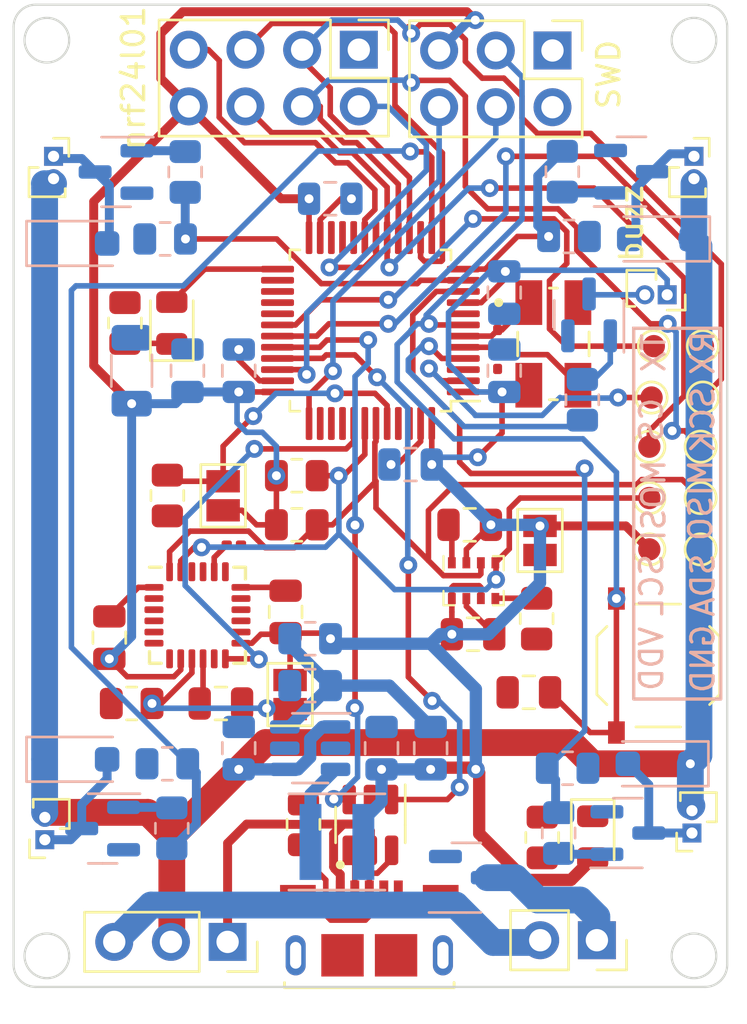
<source format=kicad_pcb>
(kicad_pcb (version 20221018) (generator pcbnew)
  (layers (0 "F.Cu" signal) (31 "B.Cu" signal) (34 "B.Paste" user) (35 "F.Paste" user) (36 "B.SilkS" user "B.Silkscreen") (37 "F.SilkS" user "F.Silkscreen") (38 "B.Mask" user) (39 "F.Mask" user) (44 "Edge.Cuts" user))
  (net 0 "")
  (net 1 "VDD")
  (net 2 "Net-(U1-FB)")
  (net 3 "GND")
  (net 4 "/RST")
  (net 5 "Net-(U2-PD0)")
  (net 6 "VDC")
  (net 7 "Net-(D1-K)")
  (net 8 "/SWDIO")
  (net 9 "/SWCLK")
  (net 10 "+5V")
  (net 11 "/USB_CONN_DM")
  (net 12 "/USB_CONN_DP")
  (net 15 "+BATT")
  (net 16 "/BOOT0")
  (net 17 "Net-(U1-SW)")
  (net 19 "/GPIO_PC15")
  (net 22 "Net-(D2-A)")
  (net 23 "Net-(D3-A)")
  (net 24 "Net-(D4-A)")
  (net 25 "Net-(D5-A)")
  (net 26 "/SPI_SCK")
  (net 27 "/SPI_MISO")
  (net 28 "/SPI_MOSI")
  (net 32 "/USB_DM")
  (net 33 "/USB_DP")
  (net 37 "/I2C_SCL")
  (net 38 "/I2C_SDA")
  (net 41 "Net-(U2-PD1)")
  (net 42 "Net-(U5-REGOUT)")
  (net 43 "Net-(U5-CPOUT)")
  (net 44 "Net-(JP1-A)")
  (net 45 "Net-(JP3-A)")
  (net 46 "Net-(Q1-G)")
  (net 47 "Net-(Q2-G)")
  (net 48 "Net-(Q3-G)")
  (net 49 "Net-(Q4-G)")
  (net 50 "/USART1_TX")
  (net 51 "/PB5_EXTI5")
  (net 66 "-BATT")
  (net 67 "/TM2_CH1")
  (net 68 "/TM2_CH2")
  (net 69 "/TM2_CH3")
  (net 70 "/TM2_CH4")
  (net 71 "Net-(D6-K)")
  (net 72 "/GPIO_PB12")
  (net 76 "/OUT_PB0")
  (net 77 "/GPIO_EXTI4")
  (net 78 "/OUT_PB1")
  (net 79 "Net-(J9-Pin_2)")
  (net 80 "Net-(Q6-B)")
  (net 81 "/USART1_RX")
  (net 82 "/SPI_CS")
  (footprint "Connector_PinHeader_2.54mm:PinHeader_2x04_P2.54mm_Vertical" (layer "F.Cu") (at 152.78 82.225 -90)
    (fp_text reference "J8" hide)
    (fp_text value "nrf24l01")
  )
  (footprint "Package_LGA:Bosch_LGA-8_2x2.5mm_P0.65mm_ClockwisePinNumbering" (layer "F.Cu") (at 157.925 106)
    (fp_text reference "U6" hide)
    (fp_text value "BMP280")
  )
  (footprint "Capacitor_SMD:C_0805_2012Metric" (layer "F.Cu") (at 149.5 107.4 90)
    (fp_text reference "C14" hide)
    (fp_text value "10n" hide)
  )
  (footprint "Button_Switch_SMD:SW_Push_1P1T_XKB_TS-1187A" (layer "F.Cu") (at 166.2 109.8 -90)
    (fp_text reference "SW1" hide)
    (fp_text value "SW_Push" hide)
  )
  (footprint "TestPoint:TestPoint_Pad_D1.0mm" (layer "F.Cu") (at 165.9 97.8)
    (fp_text reference "J19" hide)
    (fp_text value "CS")
  )
  (footprint "LED_SMD:LED_0805_2012Metric" (layer "F.Cu") (at 144.4 94.4625 90)
    (fp_text reference "D6" hide)
    (fp_text value "LED")
  )
  (footprint "TestPoint:TestPoint_Pad_D1.0mm" (layer "F.Cu") (at 165.8 104.6 -90)
    (fp_text reference "J16" hide)
    (fp_text value "VDD")
  )
  (footprint "Capacitor_SMD:C_0805_2012Metric" (layer "F.Cu") (at 141.6 108.55 90)
    (fp_text reference "C2" hide)
    (fp_text value "100n" hide)
  )
  (footprint "Connector_PinSocket_1.00mm:PinSocket_1x02_P1.00mm_Vertical" (layer "F.Cu") (at 139.1 87)
    (fp_text reference "J5" hide)
    (fp_text value "01x02_Pin" hide)
  )
  (footprint "TestPoint:TestPoint_Pad_D1.0mm" (layer "F.Cu") (at 168.2 97.8 90)
    (fp_text reference "J15" hide)
    (fp_text value "SCK")
  )
  (footprint "Capacitor_SMD:C_0805_2012Metric" (layer "F.Cu") (at 146.6 111.5)
    (fp_text reference "C15" hide)
    (fp_text value "0.1u" hide)
  )
  (footprint "Resistor_SMD:R_0805_2012Metric" (layer "F.Cu") (at 142.3 94.4625 90)
    (fp_text reference "R18" hide)
    (fp_text value "2k2" hide)
  )
  (footprint "TestPoint:TestPoint_Pad_D1.0mm" (layer "F.Cu") (at 165.8 100 90)
    (fp_text reference "J13" hide)
    (fp_text value "MOSI")
  )
  (footprint "Resistor_SMD:R_0805_2012Metric" (layer "F.Cu") (at 161 117.5 90)
    (fp_text reference "R7" hide)
    (fp_text value "2k2" hide)
  )
  (footprint "LED_SMD:LED_0805_2012Metric" (layer "F.Cu") (at 163.2625 117.4875 -90)
    (fp_text reference "D1" hide)
    (fp_text value "LED")
  )
  (footprint "Connector_PinSocket_1.00mm:PinSocket_1x02_P1.00mm_Vertical" (layer "F.Cu") (at 166.6 93.2 -90)
    (fp_text reference "J9" hide)
    (fp_text value "buzz")
  )
  (footprint "Package_QFP:LQFP-48_7x7mm_P0.5mm" (layer "F.Cu") (at 153.3 94.8 180)
    (fp_text reference "U2" hide)
    (fp_text value "STM32F103C6Tx" hide)
  )
  (footprint "TestPoint:TestPoint_Pad_D1.0mm" (layer "F.Cu") (at 165.8 102.3 90)
    (fp_text reference "J11" hide)
    (fp_text value "SCL")
  )
  (footprint "Jumper:SolderJumper-2_P1.3mm_Open_Pad1.0x1.5mm" (layer "F.Cu") (at 149.7 111.1 90)
    (fp_text reference "JP1" hide)
    (fp_text value "SolderJump" hide)
  )
  (footprint "Jumper:SolderJumper-2_P1.3mm_Open_Pad1.0x1.5mm" (layer "F.Cu") (at 146.7 102.2 -90)
    (fp_text reference "JP4" hide)
    (fp_text value "SolderJump" hide)
  )
  (footprint "QT532S-8.000MAAJ-T:XTAL_QT532S-8.000MAAJ-T" (layer "F.Cu") (at 161.5 95.4)
    (fp_text reference "Y1" hide)
    (fp_text value "8MHz" hide)
  )
  (footprint "Capacitor_SMD:C_0805_2012Metric" (layer "F.Cu") (at 160.4 111 180)
    (fp_text reference "C9" hide)
    (fp_text value "0.1u" hide)
  )
  (footprint "swd_conn:Pin_2x03_P2.54mm" (layer "F.Cu") (at 161.46 82.26 -90)
    (fp_text reference "J4" hide)
    (fp_text value "SWD")
  )
  (footprint "10118193-0001LF:AMPHENOL_10118193-0001LF" (layer "F.Cu") (at 153.25 122.775)
    (fp_text reference "J2" hide)
    (fp_text value "USB" hide)
  )
  (footprint "TestPoint:TestPoint_Pad_D1.0mm" (layer "F.Cu") (at 166 95.5)
    (fp_text reference "J17" hide)
    (fp_text value "TX")
  )
  (footprint "TestPoint:TestPoint_Pad_D1.0mm" (layer "F.Cu") (at 168.1 102.3 90)
    (fp_text reference "J10" hide)
    (fp_text value "SDA")
  )
  (footprint "Connector_PinSocket_1.00mm:PinSocket_1x02_P1.00mm_Vertical" (layer "F.Cu") (at 138.71 117.6 180)
    (fp_text reference "J7" hide)
    (fp_text value "01x02_Pin" hide)
  )
  (footprint "Resistor_SMD:R_0805_2012Metric" (layer "F.Cu") (at 144.2 102.1875 -90)
    (fp_text reference "R3" hide)
    (fp_text value "10k" hide)
  )
  (footprint "Capacitor_SMD:C_0805_2012Metric" (layer "F.Cu") (at 157.75 103.5 180)
    (fp_text reference "C18" hide)
    (fp_text value "100n" hide)
  )
  (footprint "Sensor_Motion:InvenSense_QFN-24_4x4mm_P0.5mm" (layer "F.Cu") (at 145.55 107.55)
    (fp_text reference "U5" hide)
    (fp_text value "MPU-6050")
  )
  (footprint "TestPoint:TestPoint_Pad_D1.0mm" (layer "F.Cu") (at 168.2 95.5)
    (fp_text reference "J18" hide)
    (fp_text value "RX")
  )
  (footprint "Resistor_SMD:R_0805_2012Metric" (layer "F.Cu") (at 150 101.3)
    (fp_text reference "R1" hide)
    (fp_text value "4k7" hide)
  )
  (footprint "Jumper:SolderJumper-2_P1.3mm_Open_Pad1.0x1.5mm" (layer "F.Cu") (at 160.9 104.2 90)
    (fp_text reference "JP3" hide)
    (fp_text value "SolderJump" hide)
  )
  (footprint "TestPoint:TestPoint_Pad_D1.0mm" (layer "F.Cu") (at 168.1 104.6 -90)
    (fp_text reference "J12" hide)
    (fp_text value "GND")
  )
  (footprint "Capacitor_SMD:C_0201_0603Metric" (layer "F.Cu") (at 159 94.455 -90)
    (fp_text reference "C11" hide)
    (fp_text value "18p" hide)
  )
  (footprint "Resistor_SMD:R_0805_2012Metric" (layer "F.Cu") (at 160.75 107.7 -90)
    (fp_text reference "R9" hide)
    (fp_text value "10k" hide)
  )
  (footprint "Capacitor_SMD:C_0805_2012Metric" (layer "F.Cu") (at 157.9 108.4)
    (fp_text reference "C17" hide)
    (fp_text value "100n" hide)
  )
  (footprint "Capacitor_SMD:C_0201_0603Metric" (layer "F.Cu") (at 159 96.2 90)
    (fp_text reference "C10" hide)
    (fp_text value "18p" hide)
  )
  (footprint "Connector_PinSocket_2.54mm:PinSocket_1x03_P2.54mm_Vertical" (layer "F.Cu") (at 146.9 122.175 -90)
    (fp_text reference "J20" hide)
    (fp_text value "Conn_01x03_Pin" hide)
  )
  (footprint "TestPoint:TestPoint_Pad_D1.0mm" (layer "F.Cu") (at 168.1 100 90)
    (fp_text reference "J14" hide)
    (fp_text value "MISO")
  )
  (footprint "Capacitor_SMD:C_0201_0603Metric" (layer "F.Cu") (at 147.18 104.4)
    (fp_text reference "C16" hide)
    (fp_text value "2n2" hide)
  )
  (footprint "Resistor_SMD:R_0805_2012Metric" (layer "F.Cu") (at 150.3 116.9125 -90)
    (fp_text reference "R2" hide)
    (fp_text value "1.5k" hide)
  )
  (footprint "Connector_PinSocket_1.00mm:PinSocket_1x02_P1.00mm_Vertical" (layer "F.Cu") (at 167.8 87)
    (fp_text reference "J6" hide)
    (fp_text value "01x02_Pin" hide)
  )
  (footprint "Connector_PinSocket_2.54mm:PinSocket_1x02_P2.54mm_Vertical" (layer "F.Cu") (at 163.45 122.1 -90)
    (fp_text reference "J3" hide)
    (fp_text value "1x2" hide)
  )
  (footprint "Resistor_SMD:R_0805_2012Metric" (layer "F.Cu") (at 150 103.5)
    (fp_text reference "R4" hide)
    (fp_text value "4k7" hide)
  )
  (footprint "Resistor_SMD:R_0805_2012Metric" (layer "F.Cu") (at 142.6 111.5 180)
    (fp_text reference "R8" hide)
    (fp_text value "10k" hide)
  )
  (footprint "Package_TO_SOT_SMD:SOT-23-6" (layer "F.Cu") (at 153.3 116.9375 -90)
    (fp_text reference "U3" hide)
    (fp_text value "USBLC6")
  )
  (footprint "Connector_PinSocket_1.00mm:PinSocket_1x02_P1.00mm_Vertical" (layer "F.Cu") (at 167.71 117.3 180)
    (fp_text reference "J1" hide)
    (fp_text value "01x02_Pin" hide)
  )
  (footprint "Resistor_SMD:R_0805_2012Metric" (layer "B.Cu") (at 144.4 117.0875 90)
    (fp_text reference "R17" hide)
    (fp_text value "330" hide)
  )
  (footprint "Resistor_SMD:R_0805_2012Metric" (layer "B.Cu") (at 162.1375 114.4)
    (fp_text reference "R10" hide)
    (fp_text value "100k" hide)
  )
  (footprint "Diode_SMD:D_SOD-123F" (layer "B.Cu") (at 166.3 90.7 180)
    (fp_text reference "D4" hide)
    (fp_text value "D_Schottky" hide)
  )
  (footprint "Inductor_SMD:L_Coilcraft_XxL4040" (layer "B.Cu") (at 151.8 117.7)
    (fp_text reference "L1" hide)
    (fp_text value "2.2u" hide)
  )
  (footprint "Diode_SMD:D_SOD-123F" (layer "B.Cu") (at 166.2375 114.2 180)
    (fp_text reference "D2" hide)
    (fp_text value "D_Schottky" hide)
  )
  (footprint "Resistor_SMD:R_0805_2012Metric" (layer "B.Cu") (at 145 87.7 90)
    (fp_text reference "R13" hide)
    (fp_text value "330" hide)
  )
  (footprint "Capacitor_SMD:C_0805_2012Metric" (layer "B.Cu") (at 151.5 88.9)
    (fp_text reference "C4" hide)
    (fp_text value "100n" hide)
  )
  (footprint "Capacitor_SMD:C_1206_3216Metric" (layer "B.Cu") (at 142.6 96.6 90)
    (fp_text reference "C8" hide)
    (fp_text value "4.7u" hide)
  )
  (footprint "Capacitor_SMD:C_0805_2012Metric" (layer "B.Cu") (at 153.8 113.5 90)
    (fp_text reference "C13" hide)
    (fp_text value "10u" hide)
  )
  (footprint "Capacitor_SMD:C_0805_2012Metric" (layer "B.Cu") (at 156 113.5 90)
    (fp_text reference "C1" hide)
    (fp_text value "6p8" hide)
  )
  (footprint "Resistor_SMD:R_0805_2012Metric" (layer "B.Cu") (at 144.2 114.2 180)
    (fp_text reference "R16" hide)
    (fp_text value "100k" hide)
  )
  (footprint "Package_TO_SOT_SMD:SOT-23" (layer "B.Cu") (at 141.9 87.7 180)
    (fp_text reference "Q2" hide)
    (fp_text value "DMN2056U" hide)
  )
  (footprint "Diode_SMD:D_SOD-123F" (layer "B.Cu") (at 140.1 90.9)
    (fp_text reference "D3" hide)
    (fp_text value "D_Schottky" hide)
  )
  (footprint "Package_TO_SOT_SMD:SOT-23" (layer "B.Cu") (at 163.1 94.1 90)
    (fp_text reference "Q6" hide)
    (fp_text value "BC817" hide)
  )
  (footprint "Capacitor_SMD:C_0805_2012Metric" (layer "B.Cu") (at 145.1 96.6 90)
    (fp_text reference "C7" hide)
    (fp_text value "1u" hide)
  )
  (footprint "Resistor_SMD:R_0805_2012Metric" (layer "B.Cu") (at 161.9 87.6875 -90)
    (fp_text reference "R15" hide)
    (fp_text value "330" hide)
  )
  (footprint "Capacitor_SMD:C_0805_2012Metric" (layer "B.Cu") (at 155.1 100.8 180)
    (fp_text reference "C5" hide)
    (fp_text value "100n" hide)
  )
  (footprint "Diode_SMD:D_SOD-123F" (layer "B.Cu") (at 140.1 114)
    (fp_text reference "D5" hide)
    (fp_text value "D_Schottky" hide)
  )
  (footprint "Capacitor_SMD:C_0805_2012Metric" (layer "B.Cu") (at 147.4 96.6 90)
    (fp_text reference "C3" hide)
    (fp_text value "100n" hide)
  )
  (footprint "Resistor_SMD:R_0805_2012Metric" (layer "B.Cu") (at 162.8 97.9 90)
    (fp_text reference "R19" hide)
    (fp_text value "1k" hide)
  )
  (footprint "Capacitor_SMD:C_0805_2012Metric" (layer "B.Cu") (at 147.4 113.5 90)
    (fp_text reference "C12" hide)
    (fp_text value "4u7" hide)
  )
  (footprint "Capacitor_SMD:C_0805_2012Metric" (layer "B.Cu") (at 159.3 93.1 -90)
    (fp_text reference "C6" hide)
    (fp_text value "10n" hide)
  )
  (footprint "Resistor_SMD:R_0805_2012Metric" (layer "B.Cu") (at 144.1 90.7 180)
    (fp_text reference "R12" hide)
    (fp_text value "100k" hide)
  )
  (footprint "Resistor_SMD:R_0805_2012Metric" (layer "B.Cu") (at 150.6 108.6)
    (fp_text reference "R6" hide)
    (fp_text value "450k" hide)
  )
  (footprint "Resistor_SMD:R_0805_2012Metric" (layer "B.Cu") (at 161.7375 117.3 -90)
    (fp_text reference "R11" hide)
    (fp_text value "330")
  )
  (footprint "Package_TO_SOT_SMD:SOT-23" (layer "B.Cu") (at 141.3 117.1 180)
    (fp_text reference "Q4" hide)
    (fp_text value "DMN2056U" hide)
  )
  (footprint "Capacitor_SMD:C_0805_2012Metric" (layer "B.Cu") (at 159.3 96.6 90)
    (fp_text reference "C19" hide)
    (fp_text value "100n" hide)
  )
  (footprint "Resistor_SMD:R_0805_2012Metric" (layer "B.Cu") (at 150.6 110.7 180)
    (fp_text reference "R5" hide)
    (fp_text value "100k" hide)
  )
  (footprint "Resistor_SMD:R_0805_2012Metric" (layer "B.Cu") (at 162.2 90.5875)
    (fp_text reference "R14" hide)
    (fp_text value "100k" hide)
  )
  (footprint "Package_TO_SOT_SMD:SOT-23" (layer "B.Cu") (at 164.8375 117.3)
    (fp_text reference "Q1" hide)
    (fp_text value "DMN2056U" hide)
  )
  (footprint "Package_TO_SOT_SMD:SOT-23" (layer "B.Cu") (at 157.6 119.3)
    (fp_text reference "Q5" hide)
    (fp_text value "DMN2056U" hide)
  )
  (footprint "Package_TO_SOT_SMD:SOT-23-6" (layer "B.Cu") (at 150.6 113.5 180)
    (fp_text reference "U1" hide)
    (fp_text value "TLV62569DDC" hide)
  )
  (footprint "Package_TO_SOT_SMD:SOT-23" (layer "B.Cu") (at 165 87.6875)
    (fp_text reference "Q3" hide)
    (fp_text value "DMN2056U" hide)
  )
  (gr_rect (start 165.1 94.7) (end 169 111.3) (stroke (width 0.15)) (fill none) (layer "B.SilkS"))
  (gr_arc (start 138.3 124.189949) (mid 137.921163 124.114594) (end 137.6 123.9) (stroke (width 0.1)) (layer "Edge.Cuts"))
  (gr_line (start 168.3 124.189949) (end 138.3 124.189949) (stroke (width 0.1)) (layer "Edge.Cuts"))
  (gr_arc (start 169.289949 123.2) (mid 169.214594 123.578837) (end 169 123.9) (stroke (width 0.1)) (layer "Edge.Cuts"))
  (gr_line (start 138.3 80.210051) (end 168.3 80.210051) (stroke (width 0.1)) (layer "Edge.Cuts"))
  (gr_arc (start 169 80.5) (mid 169.214594 80.821163) (end 169.289949 81.2) (stroke (width 0.1)) (layer "Edge.Cuts"))
  (gr_arc (start 137.6 123.9) (mid 137.385406 123.578837) (end 137.310051 123.2) (stroke (width 0.1)) (layer "Edge.Cuts"))
  (gr_circle (center 138.8 122.8) (end 138 123.4) (stroke (width 0.1)) (fill none) (layer "Edge.Cuts"))
  (gr_circle (center 167.8 122.8) (end 167 123.4) (stroke (width 0.1)) (fill none) (layer "Edge.Cuts"))
  (gr_arc (start 168.3 80.210051) (mid 168.678837 80.285406) (end 169 80.5) (stroke (width 0.1)) (layer "Edge.Cuts"))
  (gr_arc (start 169 123.9) (mid 168.678837 124.114594) (end 168.3 124.189949) (stroke (width 0.1)) (layer "Edge.Cuts"))
  (gr_arc (start 137.310051 81.2) (mid 137.385406 80.821163) (end 137.6 80.5) (stroke (width 0.1)) (layer "Edge.Cuts"))
  (gr_circle (center 138.8 81.8) (end 138 82.4) (stroke (width 0.1)) (fill none) (layer "Edge.Cuts"))
  (gr_line (start 137.310051 123.2) (end 137.310051 81.2) (stroke (width 0.1)) (layer "Edge.Cuts"))
  (gr_circle (center 167.8 81.8) (end 167 82.4) (stroke (width 0.1)) (fill none) (layer "Edge.Cuts"))
  (gr_arc (start 137.6 80.5) (mid 137.921163 80.285406) (end 138.3 80.210051) (stroke (width 0.1)) (layer "Edge.Cuts"))
  (gr_line (start 169.289949 123.2) (end 169.289949 81.2) (stroke (width 0.1)) (layer "Edge.Cuts"))
  (segment (start 158.25 106.3) (end 158.175 106.225) (width 0.25) (layer "F.Cu") (net 1))
  (segment (start 157.025 106.225) (end 156.95 106.3) (width 0.25) (layer "F.Cu") (net 1))
  (segment (start 149.5 108.35) (end 149.45 108.4) (width 0.25) (layer "F.Cu") (net 1))
  (segment (start 156.95 107.4) (end 156.95 106.8) (width 0.25) (layer "F.Cu") (net 1))
  (segment (start 158.175 114.6005) (end 158.175 117.325305) (width 0.55) (layer "F.Cu") (net 1))
  (segment (start 146.7 102.85) (end 147.548223 102.85) (width 0.25) (layer "F.Cu") (net 1))
  (segment (start 157.949 114.3745) (end 158.0245 114.45) (width 0.55) (layer "F.Cu") (net 1))
  (segment (start 159.200498 97.55) (end 159.200498 99.387301) (width 0.25) (layer "F.Cu") (net 1))
  (segment (start 145.16 84.765) (end 140.9 89.025) (width 0.4) (layer "F.Cu") (net 1))
  (segment (start 149.55 108.4) (end 149.5 108.35) (width 0.55) (layer "F.Cu") (net 1))
  (segment (start 164.75 103.55) (end 165.8 104.6) (width 0.4) (layer "F.Cu") (net 1))
  (segment (start 157.4625 93.55) (end 158.265685 93.55) (width 0.25) (layer "F.Cu") (net 1))
  (segment (start 149.7 108.55) (end 149.5 108.35) (width 0.25) (layer "F.Cu") (net 1))
  (segment (start 159.4 92.2) (end 159.393603 92.2) (width 0.25) (layer "F.Cu") (net 1))
  (segment (start 145.16 84.765) (end 149.295 88.9) (width 0.4) (layer "F.Cu") (net 1))
  (segment (start 160.9 103.55) (end 164.75 103.55) (width 0.4) (layer "F.Cu") (net 1))
  (segment (start 148.390685 108.4) (end 147.990685 108.8) (width 0.25) (layer "F.Cu") (net 1))
  (segment (start 147.548223 102.85) (end 148.198223 103.5) (width 0.25) (layer "F.Cu") (net 1))
  (segment (start 156.95 108.4) (end 156.95 107.4) (width 0.25) (layer "F.Cu") (net 1))
  (segment (start 149.5 108.35) (end 151.2625 108.35) (width 0.25) (layer "F.Cu") (net 1))
  (segment (start 156.95 106.3) (end 156.95 106.8) (width 0.25) (layer "F.Cu") (net 1))
  (segment (start 144.885051 80.525) (end 157.625 80.525) (width 0.4) (layer "F.Cu") (net 1))
  (segment (start 162.2875 119.4) (end 163.2625 118.425) (width 0.55) (layer "F.Cu") (net 1))
  (segment (start 151.2625 108.35) (end 151.5125 108.6) (width 0.25) (layer "F.Cu") (net 1))
  (segment (start 149.45 108.4) (end 148.390685 108.4) (width 0.25) (layer "F.Cu") (net 1))
  (segment (start 160.249695 119.4) (end 162.2875 119.4) (width 0.55) (layer "F.Cu") (net 1))
  (segment (start 144.8 109.990685) (end 144.8 109.5) (width 0.25) (layer "F.Cu") (net 1))
  (segment (start 149.295 88.9) (end 150.55 88.9) (width 0.4) (layer "F.Cu") (net 1))
  (segment (start 156 114.45) (end 156.0755 114.3745) (width 0.55) (layer "F.Cu") (net 1))
  (segment (start 157.625 80.525) (end 158 80.9) (width 0.4) (layer "F.Cu") (net 1))
  (segment (start 158.0245 114.45) (end 158.175 114.6005) (width 0.55) (layer "F.Cu") (net 1))
  (segment (start 150.55 90.6375) (end 150.55 88.9) (width 0.25) (layer "F.Cu") (net 1))
  (segment (start 156.0755 114.3745) (end 157.949 114.3745) (width 0.55) (layer "F.Cu") (net 1))
  (segment (start 158.265685 93.55) (end 159.4 92.415685) (width 0.25) (layer "F.Cu") (net 1))
  (segment (start 159.393603 92.2) (end 159.348829 92.155226) (width 0.25) (layer "F.Cu") (net 1))
  (segment (start 157.6 105.2) (end 157.6 104.6) (width 0.25) (layer "F.Cu") (net 1))
  (segment (start 143.91 81.500051) (end 144.885051 80.525) (width 0.4) (layer "F.Cu") (net 1))
  (segment (start 158.175 106.225) (end 157.025 106.225) (width 0.25) (layer "F.Cu") (net 1))
  (segment (start 149.1375 97.55) (end 147.4 97.55) (width 0.25) (layer "F.Cu") (net 1))
  (segment (start 159.200498 99.387301) (end 158.112299 100.4755) (width 0.25) (layer "F.Cu") (net 1))
  (segment (start 140.9 96.375) (end 142.6 98.075) (width 0.4) (layer "F.Cu") (net 1))
  (segment (start 147.990685 108.8) (end 147.5 108.8) (width 0.25) (layer "F.Cu") (net 1))
  (segment (start 145.16 84.765) (end 143.91 83.515) (width 0.4) (layer "F.Cu") (net 1))
  (segment (start 140.9 89.025) (end 140.9 96.375) (width 0.4) (layer "F.Cu") (net 1))
  (segment (start 141.6 109.5) (end 142.4 110.3) (width 0.25) (layer "F.Cu") (net 1))
  (segment (start 149.0875 101.3) (end 149.0875 103.5) (width 0.25) (layer "F.Cu") (net 1))
  (segment (start 143.91 83.515) (end 143.91 81.500051) (width 0.4) (layer "F.Cu") (net 1))
  (segment (start 144.490685 110.3) (end 144.8 109.990685) (width 0.25) (layer "F.Cu") (net 1))
  (segment (start 157.6 104.6) (end 158.7 103.5) (width 0.25) (layer "F.Cu") (net 1))
  (segment (start 149.7 110.45) (end 149.7 108.55) (width 0.25) (layer "F.Cu") (net 1))
  (segment (start 142.4 110.3) (end 144.490685 110.3) (width 0.25) (layer "F.Cu") (net 1))
  (segment (start 157.4625 97.55) (end 159.200498 97.55) (width 0.25) (layer "F.Cu") (net 1))
  (segment (start 158.25 106.8) (end 158.25 106.3) (width 0.25) (layer "F.Cu") (net 1))
  (segment (start 159.4 92.415685) (end 159.4 92.2) (width 0.25) (layer "F.Cu") (net 1))
  (segment (start 148.198223 103.5) (end 149.0875 103.5) (width 0.25) (layer "F.Cu") (net 1))
  (segment (start 156.05 98.9625) (end 156.05 100.8) (width 0.25) (layer "F.Cu") (net 1))
  (segment (start 158.175 117.325305) (end 160.249695 119.4) (width 0.55) (layer "F.Cu") (net 1))
  (via (at 158.7 103.5) (size 0.8) (drill 0.4) (layers "F.Cu" "B.Cu") (net 1))
  (via (at 160.9 103.55) (size 0.8) (drill 0.4) (layers "F.Cu" "B.Cu") (net 1))
  (via (at 156.95 108.4) (size 0.8) (drill 0.4) (layers "F.Cu" "B.Cu") (net 1))
  (via (at 159.200498 97.55) (size 0.8) (drill 0.4) (layers "F.Cu" "B.Cu") (net 1))
  (via (at 150.55 88.9) (size 0.8) (drill 0.4) (layers "F.Cu" "B.Cu") (net 1))
  (via (at 153.8 114.45) (size 0.8) (drill 0.4) (layers "F.Cu" "B.Cu") (net 1))
  (via (at 158.0245 114.45) (size 0.8) (drill 0.4) (layers "F.Cu" "B.Cu") (net 1))
  (via (at 149.0875 101.3) (size 0.8) (drill 0.4) (layers "F.Cu" "B.Cu") (net 1))
  (via (at 147.4 97.55) (size 0.8) (drill 0.4) (layers "F.Cu" "B.Cu") (net 1))
  (via (at 142.6 98.075) (size 0.8) (drill 0.4) (layers "F.Cu" "B.Cu") (net 1))
  (via (at 159.348829 92.155226) (size 0.8) (drill 0.4) (layers "F.Cu" "B.Cu") (net 1))
  (via (at 141.6 109.5) (size 0.8) (drill 0.4) (layers "F.Cu" "B.Cu") (net 1))
  (via (at 156 114.45) (size 0.8) (drill 0.4) (layers "F.Cu" "B.Cu") (net 1))
  (via (at 158.112299 100.4755) (size 0.8) (drill 0.4) (layers "F.Cu" "B.Cu") (net 1))
  (via (at 156.05 100.8) (size 0.8) (drill 0.4) (layers "F.Cu" "B.Cu") (net 1))
  (via (at 158 80.9) (size 0.8) (drill 0.4) (layers "F.Cu" "B.Cu") (net 1))
  (via (at 151.5125 108.6) (size 0.8) (drill 0.4) (layers "F.Cu" "B.Cu") (net 1))
  (segment (start 158.7 103.45) (end 156.05 100.8) (width 0.25) (layer "B.Cu") (net 1))
  (segment (start 142.6 108.5) (end 141.6 109.5) (width 0.4) (layer "B.Cu") (net 1))
  (segment (start 160.85 103.5) (end 159.3 103.5) (width 0.55) (layer "B.Cu") (net 1))
  (segment (start 152.985 116.715) (end 153.8 115.9) (width 0.55) (layer "B.Cu") (net 1))
  (segment (start 151.7375 108.825) (end 151.5125 108.6) (width 0.55) (layer "B.Cu") (net 1))
  (segment (start 153.8 115.9) (end 153.8 114.45) (width 0.55) (layer "B.Cu") (net 1))
  (segment (start 158.75 103.5) (end 156.05 100.8) (width 0.55) (layer "B.Cu") (net 1))
  (segment (start 147.323259 98.931949) (end 147.747954 99.356644) (width 0.25) (layer "B.Cu") (net 1))
  (segment (start 147.747954 99.356644) (end 148.456644 99.356644) (width 0.25) (layer "B.Cu") (net 1))
  (segment (start 159.3 103.5) (end 158.7 103.5) (width 0.55) (layer "B.Cu") (net 1))
  (segment (start 158.6 108.4) (end 156.425 108.4) (width 0.55) (layer "B.Cu") (net 1))
  (segment (start 158.65 92.15) (end 159.3 92.15) (width 0.25) (layer "B.Cu") (net 1))
  (segment (start 142.6 98.075) (end 144.575 98.075) (width 0.4) (layer "B.Cu") (net 1))
  (segment (start 160.9 103.55) (end 160.9 106.1) (width 0.55) (layer "B.Cu") (net 1))
  (segment (start 158.7 103.5) (end 158.7 103.45) (width 0.25) (layer "B.Cu") (net 1))
  (segment (start 156.3745 100.4755) (end 156.05 100.8) (width 0.25) (layer "B.Cu") (net 1))
  (segment (start 144.575 98.075) (end 145.1 97.55) (width 0.4) (layer "B.Cu") (net 1))
  (segment (start 147.323259 97.626741) (end 147.323259 98.931949) (width 0.25) (layer "B.Cu") (net 1))
  (segment (start 156 114.45) (end 153.8 114.45) (width 0.55) (layer "B.Cu") (net 1))
  (segment (start 160.85 103.5) (end 160.9 103.55) (width 0.25) (layer "B.Cu") (net 1))
  (segment (start 158.05 97.55) (end 156.8 96.3) (width 0.25) (layer "B.Cu") (net 1))
  (segment (start 159.3 97.55) (end 158.05 97.55) (width 0.25) (layer "B.Cu") (net 1))
  (segment (start 156.425 108.4) (end 156 108.825) (width 0.55) (layer "B.Cu") (net 1))
  (segment (start 152.985 117.7) (end 152.985 116.715) (width 0.55) (layer "B.Cu") (net 1))
  (segment (start 159.3 103.5) (end 158.75 103.5) (width 0.55) (layer "B.Cu") (net 1))
  (segment (start 156 108.825) (end 151.7375 108.825) (width 0.55) (layer "B.Cu") (net 1))
  (segment (start 148.456644 99.356644) (end 149.0875 99.9875) (width 0.25) (layer "B.Cu") (net 1))
  (segment (start 147.4 97.55) (end 147.323259 97.626741) (width 0.25) (layer "B.Cu") (net 1))
  (segment (start 159.35 92.1) (end 159.3 92.15) (width 0.25) (layer "B.Cu") (net 1))
  (segment (start 149.0875 99.9875) (end 149.0875 101.3) (width 0.25) (layer "B.Cu") (net 1))
  (segment (start 156 108.825) (end 158.0245 110.8495) (width 0.55) (layer "B.Cu") (net 1))
  (segment (start 160.9 106.1) (end 158.6 108.4) (width 0.55) (layer "B.Cu") (net 1))
  (segment (start 166.6 93.2) (end 166.6 92.525) (width 0.25) (layer "B.Cu") (net 1))
  (segment (start 156.8 94) (end 158.65 92.15) (width 0.25) (layer "B.Cu") (net 1))
  (segment (start 145.1 97.55) (end 147.4 97.55) (width 0.4) (layer "B.Cu") (net 1))
  (segment (start 158.112299 100.4755) (end 156.3745 100.4755) (width 0.25) (layer "B.Cu") (net 1))
  (segment (start 157.74 80.9) (end 156.38 82.26) (width 0.4) (layer "B.Cu") (net 1))
  (segment (start 142.6 98.075) (end 142.6 108.5) (width 0.4) (layer "B.Cu") (net 1))
  (segment (start 166.175 92.1) (end 159.35 92.1) (width 0.25) (layer "B.Cu") (net 1))
  (segment (start 166.6 92.525) (end 166.175 92.1) (width 0.25) (layer "B.Cu") (net 1))
  (segment (start 158 80.9) (end 157.74 80.9) (width 0.4) (layer "B.Cu") (net 1))
  (segment (start 158.0245 110.8495) (end 158.0245 114.45) (width 0.55) (layer "B.Cu") (net 1))
  (segment (start 156.8 96.3) (end 156.8 94) (width 0.25) (layer "B.Cu") (net 1))
  (segment (start 149.6875 108.875) (end 151.5125 110.7) (width 0.55) (layer "B.Cu") (net 2))
  (segment (start 149.4625 112.55) (end 149.6625 112.55) (width 0.55) (layer "B.Cu") (net 2))
  (segment (start 151.5125 110.7) (end 154.15 110.7) (width 0.55) (layer "B.Cu") (net 2))
  (segment (start 149.6625 112.55) (end 151.5125 110.7) (width 0.55) (layer "B.Cu") (net 2))
  (segment (start 149.6875 108.6) (end 149.6875 108.875) (width 0.55) (layer "B.Cu") (net 2))
  (segment (start 154.15 110.7) (end 156 112.55) (width 0.55) (layer "B.Cu") (net 2))
  (segment (start 157.6 107.15) (end 157.6 106.8) (width 0.25) (layer "F.Cu") (net 3))
  (segment (start 151.05 90.6375) (end 151.05 89.834315) (width 0.25) (layer "F.Cu") (net 3))
  (segment (start 156.95 105.2) (end 156.95 103.65) (width 0.25) (layer "F.Cu") (net 3))
  (segment (start 158.85 108.4) (end 157.6 107.15) (width 0.25) (layer "F.Cu") (net 3))
  (segment (start 151.05 89.834315) (end 151.984315 88.9) (width 0.25) (layer "F.Cu") (net 3))
  (segment (start 142.9 106.3) (end 143.6 106.3) (width 0.25) (layer "F.Cu") (net 3))
  (segment (start 155.55 99.765685) (end 154.515685 100.8) (width 0.25) (layer "F.Cu") (net 3))
  (segment (start 149.1375 97.05) (end 148.334315 97.05) (width 0.25) (layer "F.Cu") (net 3))
  (segment (start 147.4 96.115685) (end 147.4 95.65) (width 0.25) (layer "F.Cu") (net 3))
  (segment (start 149.5 106.45) (end 149.35 106.3) (width 0.25) (layer "F.Cu") (net 3))
  (segment (start 149.35 106.3) (end 147.5 106.3) (width 0.25) (layer "F.Cu") (net 3))
  (segment (start 141.6 107.6) (end 142.9 106.3) (width 0.25) (layer "F.Cu") (net 3))
  (segment (start 154.515685 100.8) (end 154.2245 100.8) (width 0.25) (layer "F.Cu") (net 3))
  (segment (start 155.55 98.9625) (end 155.55 99.765685) (width 0.25) (layer "F.Cu") (net 3))
  (segment (start 151.984315 88.9) (end 152.45 88.9) (width 0.25) (layer "F.Cu") (net 3))
  (segment (start 156.95 103.65) (end 156.8 103.5) (width 0.25) (layer "F.Cu") (net 3))
  (segment (start 148.334315 97.05) (end 147.4 96.115685) (width 0.25) (layer "F.Cu") (net 3))
  (via (at 147.4 95.65) (size 0.8) (drill 0.4) (layers "F.Cu" "B.Cu") (net 3))
  (via (at 154.2245 100.8) (size 0.8) (drill 0.4) (layers "F.Cu" "B.Cu") (net 3))
  (via (at 152.45 88.9) (size 0.8) (drill 0.4) (layers "F.Cu" "B.Cu") (net 3))
  (segment (start 155.9745 94.55) (end 157.4625 94.55) (width 0.25) (layer "F.Cu") (net 4))
  (segment (start 164.325 112.8) (end 164.325 106.8) (width 0.25) (layer "F.Cu") (net 4))
  (segment (start 163.15 112.8) (end 161.35 111) (width 0.25) (layer "F.Cu") (net 4))
  (segment (start 164.325 112.8) (end 163.15 112.8) (width 0.25) (layer "F.Cu") (net 4))
  (segment (start 155.9245 94.5) (end 155.9745 94.55) (width 0.25) (layer "F.Cu") (net 4))
  (via (at 164.325 106.8) (size 0.8) (drill 0.4) (layers "F.Cu" "B.Cu") (net 4))
  (via (at 155.9245 94.5) (size 0.8) (drill 0.4) (layers "F.Cu" "B.Cu") (net 4))
  (segment (start 155.125 94.775) (end 155.125 94.800305) (width 0.25) (layer "B.Cu") (net 4))
  (segment (start 155.4 94.5) (end 155.125 94.775) (width 0.25) (layer "B.Cu") (net 4))
  (segment (start 162.824805 99.65) (end 164.325 101.150195) (width 0.25) (layer "B.Cu") (net 4))
  (segment (start 155.9245 94.5) (end 155.8 94.3755) (width 0.25) (layer "B.Cu") (net 4))
  (segment (start 160.095 89.816827) (end 160.095 83.435) (width 0.25) (layer "B.Cu") (net 4))
  (segment (start 155.8 94.3755) (end 155.8 94.111827) (width 0.25) (layer "B.Cu") (net 4))
  (segment (start 155.8 94.111827) (end 160.095 89.816827) (width 0.25) (layer "B.Cu") (net 4))
  (segment (start 154.5 95.425305) (end 154.5 97.1) (width 0.25) (layer "B.Cu") (net 4))
  (segment (start 164.325 101.150195) (end 164.325 106.8) (width 0.25) (layer "B.Cu") (net 4))
  (segment (start 157.05 99.65) (end 162.824805 99.65) (width 0.25) (layer "B.Cu") (net 4))
  (segment (start 155.9245 94.5) (end 155.4 94.5) (width 0.25) (layer "B.Cu") (net 4))
  (segment (start 160.095 83.435) (end 158.92 82.26) (width 0.25) (layer "B.Cu") (net 4))
  (segment (start 155.125 94.800305) (end 154.5 95.425305) (width 0.25) (layer "B.Cu") (net 4))
  (segment (start 154.5 97.1) (end 157.05 99.65) (width 0.25) (layer "B.Cu") (net 4))
  (segment (start 159 95.88) (end 158.67 95.55) (width 0.25) (layer "F.Cu") (net 5))
  (segment (start 158.67 95.55) (end 157.4625 95.55) (width 0.25) (layer "F.Cu") (net 5))
  (segment (start 161.23 95.88) (end 162.6 97.25) (width 0.25) (layer "F.Cu") (net 5))
  (segment (start 159 95.88) (end 161.23 95.88) (width 0.25) (layer "F.Cu") (net 5))
  (segment (start 144.36 122.175) (end 144.4 122.135) (width 1.2) (layer "F.Cu") (net 6))
  (segment (start 144.4 122.135) (end 144.4 117.45) (width 1.2) (layer "F.Cu") (net 6))
  (segment (start 162.291852 113.25) (end 148.6 113.25) (width 1.2) (layer "F.Cu") (net 6))
  (segment (start 144.4 117.45) (end 143.325 116.375) (width 1.2) (layer "F.Cu") (net 6))
  (segment (start 144.4 117.45) (end 145.9 115.95) (width 1.2) (layer "F.Cu") (net 6))
  (segment (start 148.6 113.25) (end 147.4 114.45) (width 1.2) (layer "F.Cu") (net 6))
  (segment (start 163.241852 114.2) (end 162.291852 113.25) (width 1.2) (layer "F.Cu") (net 6))
  (segment (start 167.6375 114.2) (end 163.241852 114.2) (width 1.2) (layer "F.Cu") (net 6))
  (segment (start 145.475 116.375) (end 145.9 115.95) (width 1.2) (layer "F.Cu") (net 6))
  (segment (start 145.9 115.95) (end 147.4 114.45) (width 1.2) (layer "F.Cu") (net 6))
  (segment (start 143.325 116.375) (end 138.71 116.375) (width 1.2) (layer "F.Cu") (net 6))
  (via (at 147.4 114.45) (size 0.8) (drill 0.4) (layers "F.Cu" "B.Cu") (net 6))
  (via (at 167.6375 114.2) (size 0.8) (drill 0.4) (layers "F.Cu" "B.Cu") (net 6))
  (segment (start 168.025 113.8125) (end 168.025 91.025) (width 1.2) (layer "B.Cu") (net 6))
  (segment (start 149.4625 114.45) (end 147.4 114.45) (width 0.55) (layer "B.Cu") (net 6))
  (segment (start 138.7 114) (end 138.7 88.4) (width 1.2) (layer "B.Cu") (net 6))
  (segment (start 138.7 114) (end 138.7 116.375) (width 1.2) (layer "B.Cu") (net 6))
  (segment (start 150.058883 114.45) (end 150.6 113.908883) (width 0.55) (layer "B.Cu") (net 6))
  (segment (start 150.6 113.908883) (end 150.6 113.091117) (width 0.55) (layer "B.Cu") (net 6))
  (segment (start 138.7 116.375) (end 138.71 116.375) (width 1.2) (layer "B.Cu") (net 6))
  (segment (start 167.6375 114.2) (end 168.025 113.8125) (width 1.2) (layer "B.Cu") (net 6))
  (segment (start 151.141117 112.55) (end 151.7375 112.55) (width 0.55) (layer "B.Cu") (net 6))
  (segment (start 138.7 88.225) (end 138.69 88.225) (width 1.2) (layer "B.Cu") (net 6))
  (segment (start 167.7 90.7) (end 167.8 90.6) (width 1.2) (layer "B.Cu") (net 6))
  (segment (start 167.6375 114.2) (end 167.6375 116.075) (width 1.2) (layer "B.Cu") (net 6))
  (segment (start 150.6 113.091117) (end 151.141117 112.55) (width 0.55) (layer "B.Cu") (net 6))
  (segment (start 168.025 91.025) (end 167.7 90.7) (width 1.2) (layer "B.Cu") (net 6))
  (segment (start 138.875 88.225) (end 139.1 88.225) (width 1.2) (layer "B.Cu") (net 6))
  (segment (start 149.4625 114.45) (end 150.058883 114.45) (width 0.55) (layer "B.Cu") (net 6))
  (segment (start 167.6375 116.075) (end 167.71 116.075) (width 1.2) (layer "B.Cu") (net 6))
  (segment (start 138.7 88.4) (end 138.875 88.225) (width 1.2) (layer "B.Cu") (net 6))
  (segment (start 167.8 90.6) (end 167.8 88.225) (width 1.2) (layer "B.Cu") (net 6))
  (segment (start 150.442499 96.770749) (end 150.22175 96.55) (width 0.25) (layer "F.Cu") (net 8))
  (segment (start 150.22175 96.55) (end 149.1375 96.55) (width 0.25) (layer "F.Cu") (net 8))
  (via (at 150.442499 96.770749) (size 0.8) (drill 0.4) (layers "F.Cu" "B.Cu") (net 8))
  (segment (start 150.442499 96.770749) (end 150.442499 94.021105) (width 0.25) (layer "B.Cu") (net 8))
  (segment (start 156.38 88.083604) (end 156.38 84.8) (width 0.25) (layer "B.Cu") (net 8))
  (segment (start 150.442499 94.021105) (end 156.38 88.083604) (width 0.25) (layer "B.Cu") (net 8))
  (segment (start 151.621106 96.61674) (end 150.55 97.687846) (width 0.25) (layer "F.Cu") (net 9))
  (segment (start 150.55 97.687846) (end 150.55 98.9625) (width 0.25) (layer "F.Cu") (net 9))
  (via (at 151.621106 96.61674) (size 0.8) (drill 0.4) (layers "F.Cu" "B.Cu") (net 9))
  (segment (start 151.621106 93.478894) (end 158.92 86.18) (width 0.25) (layer "B.Cu") (net 9))
  (segment (start 151.621106 96.61674) (end 151.621106 93.478894) (width 0.25) (layer "B.Cu") (net 9))
  (segment (start 158.92 86.18) (end 158.92 84.8) (width 0.25) (layer "B.Cu") (net 9))
  (segment (start 151.95 119.15) (end 151.7 118.9) (width 0.4) (layer "F.Cu") (net 10))
  (segment (start 153.3 117.2) (end 153.3 118.075) (width 0.4) (layer "F.Cu") (net 10))
  (segment (start 149.568261 116.9) (end 149.580761 116.9125) (width 0.4) (layer "F.Cu") (net 10))
  (segment (start 151.95 120.1) (end 151.95 119.15) (width 0.4) (layer "F.Cu") (net 10))
  (segment (start 146.9 122.175) (end 146.9 117.755761) (width 0.4) (layer "F.Cu") (net 10))
  (segment (start 153.3 117.6) (end 153.3 118.075) (width 0.25) (layer "F.Cu") (net 10))
  (segment (start 147.755761 116.9) (end 149.568261 116.9) (width 0.4) (layer "F.Cu") (net 10))
  (segment (start 149.580761 116.9125) (end 151.019239 116.9125) (width 0.4) (layer "F.Cu") (net 10))
  (segment (start 151.7 118.9) (end 151.7 118.865317) (width 0.4) (layer "F.Cu") (net 10))
  (segment (start 153 116.9) (end 153.3 117.2) (width 0.4) (layer "F.Cu") (net 10))
  (segment (start 146.9 117.755761) (end 147.755761 116.9) (width 0.4) (layer "F.Cu") (net 10))
  (segment (start 151.031739 116.9) (end 153 116.9) (width 0.4) (layer "F.Cu") (net 10))
  (segment (start 151.65 117.334683) (end 152.084683 116.9) (width 0.4) (layer "F.Cu") (net 10))
  (segment (start 152.084683 116.9) (end 153 116.9) (width 0.4) (layer "F.Cu") (net 10))
  (segment (start 151.7 118.865317) (end 151.65 118.815317) (width 0.4) (layer "F.Cu") (net 10))
  (segment (start 151.019239 116.9125) (end 151.031739 116.9) (width 0.4) (layer "F.Cu") (net 10))
  (segment (start 151.65 118.815317) (end 151.65 117.334683) (width 0.4) (layer "F.Cu") (net 10))
  (segment (start 152.6 120.1) (end 152.6 118.325) (width 0.25) (layer "F.Cu") (net 11))
  (segment (start 152.6 118.325) (end 152.35 118.075) (width 0.25) (layer "F.Cu") (net 11))
  (segment (start 153.25 119.175) (end 153.325 119.1) (width 0.25) (layer "F.Cu") (net 12))
  (segment (start 154.25 118.459251) (end 154.25 118.075) (width 0.25) (layer "F.Cu") (net 12))
  (segment (start 151.525 121.2) (end 153.075 121.2) (width 0.25) (layer "F.Cu") (net 12))
  (segment (start 153.609251 119.1) (end 154.25 118.459251) (width 0.25) (layer "F.Cu") (net 12))
  (segment (start 153.075 121.2) (end 153.25 121.025) (width 0.25) (layer "F.Cu") (net 12))
  (segment (start 150.3 117.825) (end 150.3 118.4) (width 0.25) (layer "F.Cu") (net 12))
  (segment (start 153.25 121.025) (end 153.25 120.1) (width 0.25) (layer "F.Cu") (net 12))
  (segment (start 153.25 120.1) (end 153.25 119.175) (width 0.25) (layer "F.Cu") (net 12))
  (segment (start 153.325 119.1) (end 153.609251 119.1) (width 0.25) (layer "F.Cu") (net 12))
  (segment (start 151.3 120.975) (end 151.525 121.2) (width 0.25) (layer "F.Cu") (net 12))
  (segment (start 151.3 119.4) (end 151.3 120.975) (width 0.25) (layer "F.Cu") (net 12))
  (segment (start 150.3 118.4) (end 151.3 119.4) (width 0.25) (layer "F.Cu") (net 12))
  (segment (start 143.47 120.525) (end 157.125 120.525) (width 1.2) (layer "B.Cu") (net 15))
  (segment (start 157.125 120.525) (end 158.8 122.2) (width 1.2) (layer "B.Cu") (net 15))
  (segment (start 160.81 122.2) (end 160.91 122.1) (width 1.2) (layer "B.Cu") (net 15))
  (segment (start 141.82 122.175) (end 143.47 120.525) (width 1.2) (layer "B.Cu") (net 15))
  (segment (start 158.8 122.2) (end 160.81 122.2) (width 1.2) (layer "B.Cu") (net 15))
  (segment (start 146.7 99.979903) (end 146.7 101.55) (width 0.25) (layer "F.Cu") (net 16))
  (segment (start 154.05 98.159315) (end 154.05 98.9625) (width 0.25) (layer "F.Cu") (net 16))
  (segment (start 151.712548 97.612051) (end 153.502736 97.612051) (width 0.25) (layer "F.Cu") (net 16))
  (segment (start 144.2 101.275) (end 144.475 101.55) (width 0.25) (layer "F.Cu") (net 16))
  (segment (start 148.048259 98.631644) (end 146.7 99.979903) (width 0.25) (layer "F.Cu") (net 16))
  (segment (start 153.502736 97.612051) (end 154.05 98.159315) (width 0.25) (layer "F.Cu") (net 16))
  (segment (start 144.475 101.55) (end 146.7 101.55) (width 0.25) (layer "F.Cu") (net 16))
  (via (at 151.712548 97.612051) (size 0.8) (drill 0.4) (layers "F.Cu" "B.Cu") (net 16))
  (via (at 148.048259 98.631644) (size 0.8) (drill 0.4) (layers "F.Cu" "B.Cu") (net 16))
  (segment (start 149.067852 97.612051) (end 151.712548 97.612051) (width 0.25) (layer "B.Cu") (net 16))
  (segment (start 148.048259 98.631644) (end 149.067852 97.612051) (width 0.25) (layer "B.Cu") (net 16))
  (segment (start 150.615 117.7) (end 150.615 115.5725) (width 0.55) (layer "B.Cu") (net 17))
  (segment (start 150.615 115.5725) (end 151.7375 114.45) (width 0.55) (layer "B.Cu") (net 17))
  (segment (start 156.499805 96.05) (end 157.4625 96.05) (width 0.25) (layer "F.Cu") (net 19))
  (segment (start 155.949805 95.5) (end 156.499805 96.05) (width 0.25) (layer "F.Cu") (net 19))
  (segment (start 155.9245 95.5) (end 155.949805 95.5) (width 0.25) (layer "F.Cu") (net 19))
  (via (at 155.9245 95.5) (size 0.8) (drill 0.4) (layers "F.Cu" "B.Cu") (net 19))
  (segment (start 157.499195 99.1) (end 162.5125 99.1) (width 0.25) (layer "B.Cu") (net 19))
  (segment (start 155.6 95.5) (end 155 96.1) (width 0.25) (layer "B.Cu") (net 19))
  (segment (start 155 96.1) (end 155 96.600805) (width 0.25) (layer "B.Cu") (net 19))
  (segment (start 155 96.600805) (end 157.499195 99.1) (width 0.25) (layer "B.Cu") (net 19))
  (segment (start 155.9245 95.5) (end 155.6 95.5) (width 0.25) (layer "B.Cu") (net 19))
  (segment (start 155.9 95.6) (end 155.9245 95.5755) (width 0.25) (layer "B.Cu") (net 19))
  (segment (start 162.5125 99.1) (end 162.8 98.8125) (width 0.25) (layer "B.Cu") (net 19))
  (segment (start 155.9245 95.5755) (end 155.9245 95.5) (width 0.25) (layer "B.Cu") (net 19))
  (segment (start 165.775 117.3) (end 165.775 115.1375) (width 0.4) (layer "B.Cu") (net 22))
  (segment (start 165.775 115.1375) (end 164.8375 114.2) (width 0.4) (layer "B.Cu") (net 22))
  (segment (start 165.775 117.3) (end 167.71 117.3) (width 0.4) (layer "B.Cu") (net 22))
  (segment (start 140.3625 87.1) (end 140.9625 87.7) (width 0.4) (layer "B.Cu") (net 23))
  (segment (start 140.9625 87.7) (end 141 87.7) (width 0.4) (layer "B.Cu") (net 23))
  (segment (start 141 87.7) (end 141.6 88.3) (width 0.4) (layer "B.Cu") (net 23))
  (segment (start 139.1 87.1) (end 140.3625 87.1) (width 0.4) (layer "B.Cu") (net 23))
  (segment (start 141.6 88.3) (end 141.6 90.8) (width 0.4) (layer "B.Cu") (net 23))
  (segment (start 141.6 90.8) (end 141.5 90.9) (width 0.4) (layer "B.Cu") (net 23))
  (segment (start 166.7375 86.8875) (end 167.8 86.8875) (width 0.4) (layer "B.Cu") (net 24))
  (segment (start 165.2 90.4) (end 164.9 90.7) (width 0.4) (layer "B.Cu") (net 24))
  (segment (start 165.9375 87.6875) (end 166.7375 86.8875) (width 0.4) (layer "B.Cu") (net 24))
  (segment (start 165.9375 87.6875) (end 165.2 88.425) (width 0.4) (layer "B.Cu") (net 24))
  (segment (start 165.2 90.6875) (end 165.1 90.7875) (width 0.4) (layer "B.Cu") (net 24))
  (segment (start 165.2 88.425) (end 165.2 90.4) (width 0.4) (layer "B.Cu") (net 24))
  (segment (start 141.5 114.872183) (end 141.5 114) (width 0.4) (layer "B.Cu") (net 25))
  (segment (start 140.3625 117.1) (end 139.8625 117.6) (width 0.4) (layer "B.Cu") (net 25))
  (segment (start 140.3625 116.009683) (end 141.5 114.872183) (width 0.4) (layer "B.Cu") (net 25))
  (segment (start 140.3625 117.1) (end 140.3625 116.009683) (width 0.4) (layer "B.Cu") (net 25))
  (segment (start 139.8625 117.6) (end 138.5 117.6) (width 0.4) (layer "B.Cu") (net 25))
  (segment (start 155.05 87.95) (end 153.04 85.94) (width 0.25) (layer "F.Cu") (net 26))
  (segment (start 157.555 81.773299) (end 157.555 82.746701) (width 0.25) (layer "F.Cu") (net 26))
  (segment (start 169.025 96.975) (end 168.2 97.8) (width 0.25) (layer "F.Cu") (net 26))
  (segment (start 151.5 85.146701) (end 151.5 83.931396) (width 0.25) (layer "F.Cu") (net 26))
  (segment (start 157.555 82.746701) (end 158.308299 83.5) (width 0.25) (layer "F.Cu") (net 26))
  (segment (start 155.05 90.6375) (end 155.05 87.95) (width 0.25) (layer "F.Cu") (net 26))
  (segment (start 150.24 82.671396) (end 150.24 82.225) (width 0.25) (layer "F.Cu") (net 26))
  (segment (start 160.783299 85.975) (end 163.175 85.975) (width 0.25) (layer "F.Cu") (net 26))
  (segment (start 153.04 85.94) (end 152.293299 85.94) (width 0.25) (layer "F.Cu") (net 26))
  (segment (start 159.281701 83.5) (end 160.095 84.313299) (width 0.25) (layer "F.Cu") (net 26))
  (segment (start 155.1245 81.5) (end 155.5395 81.085) (width 0.25) (layer "F.Cu") (net 26))
  (segment (start 163.175 85.975) (end 169.025 91.825) (width 0.25) (layer "F.Cu") (net 26))
  (segment (start 155 81.3755) (end 155 81.2) (width 0.25) (layer "F.Cu") (net 26))
  (segment (start 155.1245 81.5) (end 155 81.3755) (width 0.25) (layer "F.Cu") (net 26))
  (segment (start 160.095 84.313299) (end 160.095 85.286701) (width 0.25) (layer "F.Cu") (net 26))
  (segment (start 169.025 91.825) (end 169.025 96.975) (width 0.25) (layer "F.Cu") (net 26))
  (segment (start 160.095 85.286701) (end 160.783299 85.975) (width 0.25) (layer "F.Cu") (net 26))
  (segment (start 158.308299 83.5) (end 159.281701 83.5) (width 0.25) (layer "F.Cu") (net 26))
  (segment (start 155.5395 81.085) (end 156.866701 81.085) (width 0.25) (layer "F.Cu") (net 26))
  (segment (start 151.5 83.931396) (end 150.24 82.671396) (width 0.25) (layer "F.Cu") (net 26))
  (segment (start 152.293299 85.94) (end 151.5 85.146701) (width 0.25) (layer "F.Cu") (net 26))
  (segment (start 156.866701 81.085) (end 157.555 81.773299) (width 0.25) (layer "F.Cu") (net 26))
  (via (at 155.1245 81.5) (size 0.8) (drill 0.4) (layers "F.Cu" "B.Cu") (net 26))
  (segment (start 155.1245 81.5) (end 154.5245 80.9) (width 0.25) (layer "B.Cu") (net 26))
  (segment (start 154.5245 80.9) (end 151.565 80.9) (width 0.25) (layer "B.Cu") (net 26))
  (segment (start 151.565 80.9) (end 150.24 82.225) (width 0.25) (layer "B.Cu") (net 26))
  (segment (start 156.841701 83.6) (end 155.2245 83.6) (width 0.25) (layer "F.Cu") (net 27))
  (segment (start 161.711701 89.35) (end 158.55 89.35) (width 0.25) (layer "F.Cu") (net 27))
  (segment (start 154.55 90.6375) (end 154.55 88.25) (width 0.25) (layer "F.Cu") (net 27))
  (segment (start 167.391472 99.291472) (end 168.1 100) (width 0.25) (layer "F.Cu") (net 27))
  (segment (start 154.55 88.25) (end 152.69 86.39) (width 0.25) (layer "F.Cu") (net 27))
  (segment (start 151.05 84.765) (end 150.24 84.765) (width 0.25) (layer "F.Cu") (net 27))
  (segment (start 152.69 86.39) (end 152.106903 86.39) (width 0.25) (layer "F.Cu") (net 27))
  (segment (start 151.05 85.333097) (end 151.05 84.765) (width 0.25) (layer "F.Cu") (net 27))
  (segment (start 152.106903 86.39) (end 151.05 85.333097) (width 0.25) (layer "F.Cu") (net 27))
  (segment (start 162.55 91.210661) (end 162.55 90.188299) (width 0.25) (layer "F.Cu") (net 27))
  (segment (start 155.2245 83.6) (end 155.1245 83.7) (width 0.25) (layer "F.Cu") (net 27))
  (segment (start 166.6255 94.5) (end 165.839339 94.5) (width 0.25) (layer "F.Cu") (net 27))
  (segment (start 158.55 89.35) (end 157.555 88.355) (width 0.25) (layer "F.Cu") (net 27))
  (segment (start 166.8255 99.291472) (end 167.391472 99.291472) (width 0.25) (layer "F.Cu") (net 27))
  (segment (start 165.839339 94.5) (end 162.55 91.210661) (width 0.25) (layer "F.Cu") (net 27))
  (segment (start 157.555 88.355) (end 157.555 84.313299) (width 0.25) (layer "F.Cu") (net 27))
  (segment (start 157.555 84.313299) (end 156.841701 83.6) (width 0.25) (layer "F.Cu") (net 27))
  (segment (start 162.55 90.188299) (end 161.711701 89.35) (width 0.25) (layer "F.Cu") (net 27))
  (via (at 155.1245 83.7) (size 0.8) (drill 0.4) (layers "F.Cu" "B.Cu") (net 27))
  (via (at 166.8255 99.291472) (size 0.8) (drill 0.4) (layers "F.Cu" "B.Cu") (net 27))
  (via (at 166.6255 94.5) (size 0.8) (drill 0.4) (layers "F.Cu" "B.Cu") (net 27))
  (segment (start 167 94.8745) (end 166.6255 94.5) (width 0.25) (layer "B.Cu") (net 27))
  (segment (start 155.0145 83.59) (end 151.415 83.59) (width 0.25) (layer "B.Cu") (net 27))
  (segment (start 166.8255 99.291472) (end 167 99.116972) (width 0.25) (layer "B.Cu") (net 27))
  (segment (start 167 99.116972) (end 167 94.8745) (width 0.25) (layer "B.Cu") (net 27))
  (segment (start 151.415 83.59) (end 150.24 84.765) (width 0.25) (layer "B.Cu") (net 27))
  (segment (start 155.1245 83.7) (end 155.0145 83.59) (width 0.25) (layer "B.Cu") (net 27))
  (segment (start 154.05 88.386396) (end 152.503604 86.84) (width 0.25) (layer "F.Cu") (net 28))
  (segment (start 165.8 100) (end 165.8 99.292894) (width 0.25) (layer "F.Cu") (net 28))
  (segment (start 167.35 97.742894) (end 167.35 92.45) (width 0.25) (layer "F.Cu") (net 28))
  (segment (start 154.05 91.876235) (end 154.05 90.6375) (width 0.25) (layer "F.Cu") (net 28))
  (segment (start 148.875 85.94) (end 147.7 84.765) (width 0.25) (layer "F.Cu") (net 28))
  (segment (start 152.503604 86.84) (end 151.920507 86.84) (width 0.25) (layer "F.Cu") (net 28))
  (segment (start 151.920507 86.84) (end 151.020507 85.94) (width 0.25) (layer "F.Cu") (net 28))
  (segment (start 151.020507 85.94) (end 148.875 85.94) (width 0.25) (layer "F.Cu") (net 28))
  (segment (start 163.321919 88.421919) (end 158.646 88.421919) (width 0.25) (layer "F.Cu") (net 28))
  (segment (start 167.35 92.45) (end 163.321919 88.421919) (width 0.25) (layer "F.Cu") (net 28))
  (segment (start 154.05 90.6375) (end 154.05 88.386396) (width 0.25) (layer "F.Cu") (net 28))
  (segment (start 165.8 99.292894) (end 167.35 97.742894) (width 0.25) (layer "F.Cu") (net 28))
  (segment (start 154.149182 91.975417) (end 154.05 91.876235) (width 0.25) (layer "F.Cu") (net 28))
  (via (at 158.646 88.421919) (size 0.8) (drill 0.4) (layers "F.Cu" "B.Cu") (net 28))
  (via (at 154.149182 91.975417) (size 0.8) (drill 0.4) (layers "F.Cu" "B.Cu") (net 28))
  (segment (start 158.646 88.421919) (end 157.70268 88.421919) (width 0.25) (layer "B.Cu") (net 28))
  (segment (start 157.70268 88.421919) (end 154.149182 91.975417) (width 0.25) (layer "B.Cu") (net 28))
  (segment (start 152.612299 111.687701) (end 152.6 111.7) (width 0.25) (layer "F.Cu") (net 32))
  (segment (start 151.351645 95.2245) (end 151.026145 95.55) (width 0.25) (layer "F.Cu") (net 32))
  (segment (start 151.685546 115.8) (end 151.660767 115.775221) (width 0.25) (layer "F.Cu") (net 32))
  (segment (start 151.026145 95.55) (end 149.1375 95.55) (width 0.25) (layer "F.Cu") (net 32))
  (segment (start 152.612299 103.512299) (end 152.612299 111.687701) (width 0.25) (layer "F.Cu") (net 32))
  (segment (start 152.612299 103.512299) (end 152.575 103.549598) (width 0.25) (layer "F.Cu") (net 32))
  (segment (start 153.2 95.2245) (end 151.351645 95.2245) (width 0.25) (layer "F.Cu") (net 32))
  (segment (start 152.35 115.8) (end 151.685546 115.8) (width 0.25) (layer "F.Cu") (net 32))
  (segment (start 152.575 115.575) (end 152.35 115.8) (width 0.25) (layer "F.Cu") (net 32))
  (via (at 153.2 95.2245) (size 0.8) (drill 0.4) (layers "F.Cu" "B.Cu") (net 32))
  (via (at 152.6 111.7) (size 0.8) (drill 0.4) (layers "F.Cu" "B.Cu") (net 32))
  (via (at 152.612299 103.512299) (size 0.8) (drill 0.4) (layers "F.Cu" "B.Cu") (net 32))
  (via (at 151.660767 115.775221) (size 0.8) (drill 0.4) (layers "F.Cu" "B.Cu") (net 32))
  (segment (start 152.612299 96.857402) (end 152.612299 103.512299) (width 0.25) (layer "B.Cu") (net 32))
  (segment (start 151.660767 115.775221) (end 151.74653 115.775221) (width 0.25) (layer "B.Cu") (net 32))
  (segment (start 153.2 95.2245) (end 153.2 96.269701) (width 0.25) (layer "B.Cu") (net 32))
  (segment (start 153.2 96.269701) (end 152.612299 96.857402) (width 0.25) (layer "B.Cu") (net 32))
  (segment (start 152.725 111.825) (end 152.6 111.7) (width 0.25) (layer "B.Cu") (net 32))
  (segment (start 152.725 114.796751) (end 152.725 111.825) (width 0.25) (layer "B.Cu") (net 32))
  (segment (start 151.74653 115.775221) (end 152.725 114.796751) (width 0.25) (layer "B.Cu") (net 32))
  (segment (start 153.60079 96.894216) (end 152.598314 95.89174) (width 0.25) (layer "F.Cu") (net 33))
  (segment (start 152.598314 95.89174) (end 151.320801 95.89174) (width 0.25) (layer "F.Cu") (net 33))
  (segment (start 154.25 115.8) (end 156.7495 115.8) (width 0.25) (layer "F.Cu") (net 33))
  (segment (start 149.141751 96.045749) (end 149.1375 96.05) (width 0.25) (layer "F.Cu") (net 33))
  (segment (start 151.166792 96.045749) (end 149.141751 96.045749) (width 0.25) (layer "F.Cu") (net 33))
  (segment (start 155 110.313268) (end 155 105.3) (width 0.25) (layer "F.Cu") (net 33))
  (segment (start 151.320801 95.89174) (end 151.166792 96.045749) (width 0.25) (layer "F.Cu") (net 33))
  (segment (start 156.068616 111.381884) (end 155 110.313268) (width 0.25) (layer "F.Cu") (net 33))
  (segment (start 156.7495 115.8) (end 157.3 115.2495) (width 0.25) (layer "F.Cu") (net 33))
  (via (at 155 105.3) (size 0.8) (drill 0.4) (layers "F.Cu" "B.Cu") (net 33))
  (via (at 153.60079 96.894216) (size 0.8) (drill 0.4) (layers "F.Cu" "B.Cu") (net 33))
  (via (at 157.3 115.2495) (size 0.8) (drill 0.4) (layers "F.Cu" "B.Cu") (net 33))
  (via (at 156.068616 111.381884) (size 0.8) (drill 0.4) (layers "F.Cu" "B.Cu") (net 33))
  (segment (start 154.975 105.275) (end 155 105.3) (width 0.25) (layer "B.Cu") (net 33))
  (segment (start 156.370057 111.381884) (end 156.068616 111.381884) (width 0.25) (layer "B.Cu") (net 33))
  (segment (start 157.3 112.311827) (end 156.370057 111.381884) (width 0.25) (layer "B.Cu") (net 33))
  (segment (start 154.975 98.268426) (end 154.975 105.275) (width 0.25) (layer "B.Cu") (net 33))
  (segment (start 153.60079 96.894216) (end 154.975 98.268426) (width 0.25) (layer "B.Cu") (net 33))
  (segment (start 157.3 115.2495) (end 157.3 112.311827) (width 0.25) (layer "B.Cu") (net 33))
  (segment (start 144.8 105.6) (end 144.8 105.109315) (width 0.25) (layer "F.Cu") (net 37))
  (segment (start 159.525 104.575) (end 158.9 105.2) (width 0.25) (layer "F.Cu") (net 37))
  (segment (start 152.1 101.3) (end 152.95 100.45) (width 0.25) (layer "F.Cu") (net 37))
  (segment (start 151.8755 101.3) (end 152.1 101.3) (width 0.25) (layer "F.Cu") (net 37))
  (segment (start 152.95 100.45) (end 152.637701 100.762299) (width 0.25) (layer "F.Cu") (net 37))
  (segment (start 152.95 100.45) (end 153.05 100.35) (width 0.25) (layer "F.Cu") (net 37))
  (segment (start 153.05 100.35) (end 153.05 98.9625) (width 0.25) (layer "F.Cu") (net 37))
  (segment (start 165.8 102.3) (end 160.011827 102.3) (width 0.25) (layer "F.Cu") (net 37))
  (segment (start 160.011827 102.3) (end 159.525 102.786827) (width 0.25) (layer "F.Cu") (net 37))
  (segment (start 144.8 105.109315) (end 145.400931 104.508384) (width 0.25) (layer "F.Cu") (net 37))
  (segment (start 150.9125 101.3) (end 151.8755 101.3) (width 0.25) (layer "F.Cu") (net 37))
  (segment (start 158.929744 105.950697) (end 158.929744 105.229744) (width 0.25) (layer "F.Cu") (net 37))
  (segment (start 159.525 102.786827) (end 159.525 104.575) (width 0.25) (layer "F.Cu") (net 37))
  (segment (start 158.929744 105.229744) (end 158.9 105.2) (width 0.25) (layer "F.Cu") (net 37))
  (segment (start 145.400931 104.508384) (end 145.733481 104.508384) (width 0.25) (layer "F.Cu") (net 37))
  (via (at 158.929744 105.950697) (size 0.8) (drill 0.4) (layers "F.Cu" "B.Cu") (net 37))
  (via (at 145.733481 104.508384) (size 0.8) (drill 0.4) (layers "F.Cu" "B.Cu") (net 37))
  (via (at 151.8755 101.3) (size 0.8) (drill 0.4) (layers "F.Cu" "B.Cu") (net 37))
  (segment (start 145.741865 104.5) (end 151.287299 104.5) (width 0.25) (layer "B.Cu") (net 37))
  (segment (start 151.887299 103.9) (end 151.887299 101.311799) (width 0.25) (layer "B.Cu") (net 37))
  (segment (start 151.287299 104.5) (end 151.887299 103.9) (width 0.25) (layer "B.Cu") (net 37))
  (segment (start 158.929744 105.950697) (end 158.480441 106.4) (width 0.25) (layer "B.Cu") (net 37))
  (segment (start 158.480441 106.4) (end 154.387299 106.4) (width 0.25) (layer "B.Cu") (net 37))
  (segment (start 145.733481 104.508384) (end 145.741865 104.5) (width 0.25) (layer "B.Cu") (net 37))
  (segment (start 151.887299 101.311799) (end 151.8755 101.3) (width 0.25) (layer "B.Cu") (net 37))
  (segment (start 154.387299 106.4) (end 151.887299 103.9) (width 0.25) (layer "B.Cu") (net 37))
  (segment (start 165.458273 101.475) (end 165.233273 101.7) (width 0.25) (layer "F.Cu") (net 38))
  (segment (start 151.6 103.5) (end 153.55 101.55) (width 0.25) (layer "F.Cu") (net 38))
  (segment (start 155.9 102.861827) (end 155.9 105.1) (width 0.25) (layer "F.Cu") (net 38))
  (segment (start 155.9 105.1) (end 156.575 105.775) (width 0.25) (layer "F.Cu") (net 38))
  (segment (start 153.55 101.55) (end 153.5 101.5) (width 0.25) (layer "F.Cu") (net 38))
  (segment (start 153.55 99.765685) (end 153.55 98.9625) (width 0.25) (layer "F.Cu") (net 38))
  (segment (start 145.215685 103.784315) (end 147.846142 103.784315) (width 0.25) (layer "F.Cu") (net 38))
  (segment (start 156.575 105.775) (end 158.175 105.775) (width 0.25) (layer "F.Cu") (net 38))
  (segment (start 167.275 101.475) (end 165.458273 101.475) (width 0.25) (layer "F.Cu") (net 38))
  (segment (start 153.55 102.75) (end 155.9 105.1) (width 0.25) (layer "F.Cu") (net 38))
  (segment (start 158.25 105.7) (end 158.25 105.2) (width 0.25) (layer "F.Cu") (net 38))
  (segment (start 149.8875 104.525) (end 150.9125 103.5) (width 0.25) (layer "F.Cu") (net 38))
  (segment (start 158.175 105.775) (end 158.25 105.7) (width 0.25) (layer "F.Cu") (net 38))
  (segment (start 144.3 105.6) (end 144.3 104.7) (width 0.25) (layer "F.Cu") (net 38))
  (segment (start 168.1 102.3) (end 167.275 101.475) (width 0.25) (layer "F.Cu") (net 38))
  (segment (start 153.5 101.5) (end 153.5 99.815685) (width 0.25) (layer "F.Cu") (net 38))
  (segment (start 147.846142 103.784315) (end 148.586827 104.525) (width 0.25) (layer "F.Cu") (net 38))
  (segment (start 150.9125 103.5) (end 151.6 103.5) (width 0.25) (layer "F.Cu") (net 38))
  (segment (start 148.586827 104.525) (end 149.8875 104.525) (width 0.25) (layer "F.Cu") (net 38))
  (segment (start 144.3 104.7) (end 145.215685 103.784315) (width 0.25) (layer "F.Cu") (net 38))
  (segment (start 157.061827 101.7) (end 155.9 102.861827) (width 0.25) (layer "F.Cu") (net 38))
  (segment (start 165.233273 101.7) (end 157.061827 101.7) (width 0.25) (layer "F.Cu") (net 38))
  (segment (start 153.55 101.55) (end 153.55 102.75) (width 0.25) (layer "F.Cu") (net 38))
  (segment (start 153.5 99.815685) (end 153.55 99.765685) (width 0.25) (layer "F.Cu") (net 38))
  (segment (start 160.4 93.566041) (end 160.4 93.55) (width 0.25) (layer "F.Cu") (net 41))
  (segment (start 157.4625 95.05) (end 158.725 95.05) (width 0.25) (layer "F.Cu") (net 41))
  (segment (start 158.725 95.05) (end 159 94.775) (width 0.25) (layer "F.Cu") (net 41))
  (segment (start 159 94.775) (end 159.191041 94.775) (width 0.25) (layer "F.Cu") (net 41))
  (segment (start 159.191041 94.775) (end 160.4 93.566041) (width 0.25) (layer "F.Cu") (net 41))
  (segment (start 145.8 111.35) (end 145.8 109.5) (width 0.25) (layer "F.Cu") (net 42))
  (segment (start 145.65 111.5) (end 145.8 111.35) (width 0.25) (layer "F.Cu") (net 42))
  (segment (start 146.3 104.96) (end 146.86 104.4) (width 0.25) (layer "F.Cu") (net 43))
  (segment (start 146.3 105.6) (end 146.3 104.96) (width 0.25) (layer "F.Cu") (net 43))
  (segment (start 143.5125 111.5) (end 143.927081 111.5) (width 0.25) (layer "F.Cu") (net 44))
  (segment (start 148.649037 111.71358) (end 149.66358 111.71358) (width 0.25) (layer "F.Cu") (net 44))
  (segment (start 145.3 110.127081) (end 145.3 109.5) (width 0.25) (layer "F.Cu") (net 44))
  (segment (start 143.927081 111.5) (end 145.3 110.127081) (width 0.25) (layer "F.Cu") (net 44))
  (segment (start 149.66358 111.71358) (end 149.7 111.75) (width 0.25) (layer "F.Cu") (net 44))
  (via (at 143.5125 111.5) (size 0.8) (drill 0.4) (layers "F.Cu" "B.Cu") (net 44))
  (via (at 148.649037 111.71358) (size 0.8) (drill 0.4) (layers "F.Cu" "B.Cu") (net 44))
  (segment (start 143.5125 111.5) (end 143.72608 111.71358) (width 0.25) (layer "B.Cu") (net 44))
  (segment (start 143.72608 111.71358) (end 148.649037 111.71358) (width 0.25) (layer "B.Cu") (net 44))
  (segment (start 160.75 106.7875) (end 160.75 105) (width 0.25) (layer "F.Cu") (net 45))
  (segment (start 160.75 105) (end 160.9 104.85) (width 0.25) (layer "F.Cu") (net 45))
  (segment (start 160.75 106.7875) (end 158.9125 106.7875) (width 0.25) (layer "F.Cu") (net 45))
  (segment (start 158.9125 106.7875) (end 158.9 106.8) (width 0.25) (layer "F.Cu") (net 45))
  (segment (start 163.9 118.25) (end 161.775 118.25) (width 0.4) (layer "B.Cu") (net 46))
  (segment (start 161.6375 118.25) (end 161.6 118.2125) (width 0.4) (layer "B.Cu") (net 46))
  (segment (start 142.8375 86.75) (end 144.9625 86.75) (width 0.4) (layer "B.Cu") (net 47))
  (segment (start 144.9625 86.75) (end 145 86.7875) (width 0.4) (layer "B.Cu") (net 47))
  (segment (start 164.0625 88.6375) (end 161.9375 88.6375) (width 0.4) (layer "B.Cu") (net 48))
  (segment (start 161.9375 88.6375) (end 161.9 88.6) (width 0.4) (layer "B.Cu") (net 48))
  (segment (start 144.375 116.15) (end 144.4 116.175) (width 0.4) (layer "B.Cu") (net 49))
  (segment (start 142.2375 116.15) (end 144.375 116.15) (width 0.4) (layer "B.Cu") (net 49))
  (segment (start 149.940685 94.55) (end 149.1375 94.55) (width 0.25) (layer "F.Cu") (net 50))
  (segment (start 162.1 90.374695) (end 162.1 91.8) (width 0.25) (layer "F.Cu") (net 50))
  (segment (start 162.1 91.8) (end 161.325 92.575) (width 0.25) (layer "F.Cu") (net 50))
  (segment (start 157.9 89.8) (end 161.525305 89.8) (width 0.25) (layer "F.Cu") (net 50))
  (segment (start 161.325 92.575) (end 161.325 94.725) (width 0.25) (layer "F.Cu") (net 50))
  (segment (start 161.525305 89.8) (end 162.1 90.374695) (width 0.25) (layer "F.Cu") (net 50))
  (segment (start 162.1 95.5) (end 166 95.5) (width 0.25) (layer "F.Cu") (net 50))
  (segment (start 161.325 94.725) (end 162.1 95.5) (width 0.25) (layer "F.Cu") (net 50))
  (segment (start 154.1 93.423929) (end 151.066756 93.423929) (width 0.25) (layer "F.Cu") (net 50))
  (segment (start 151.066756 93.423929) (end 149.940685 94.55) (width 0.25) (layer "F.Cu") (net 50))
  (via (at 157.9 89.8) (size 0.8) (drill 0.4) (layers "F.Cu" "B.Cu") (net 50))
  (via (at 154.1 93.423929) (size 0.8) (drill 0.4) (layers "F.Cu" "B.Cu") (net 50))
  (segment (start 154.1 93.423929) (end 154.276071 93.423929) (width 0.25) (layer "B.Cu") (net 50))
  (segment (start 154.276071 93.423929) (end 157.9 89.8) (width 0.25) (layer "B.Cu") (net 50))
  (segment (start 146.8 109.5) (end 148.2755 109.5) (width 0.25) (layer "F.Cu") (net 51))
  (segment (start 148.1 100.1) (end 152.215685 100.1) (width 0.25) (layer "F.Cu") (net 51))
  (segment (start 152.55 99.765685) (end 152.55 98.9625) (width 0.25) (layer "F.Cu") (net 51))
  (segment (start 152.215685 100.1) (end 152.55 99.765685) (width 0.25) (layer "F.Cu") (net 51))
  (segment (start 148.2755 109.5) (end 148.3 109.5245) (width 0.25) (layer "F.Cu") (net 51))
  (via (at 148.1 100.1) (size 0.8) (drill 0.4) (layers "F.Cu" "B.Cu") (net 51))
  (via (at 148.3 109.5245) (size 0.8) (drill 0.4) (layers "F.Cu" "B.Cu") (net 51))
  (segment (start 145 103.2) (end 145 106.2245) (width 0.25) (layer "B.Cu") (net 51))
  (segment (start 148.1 100.1) (end 145 103.2) (width 0.25) (layer "B.Cu") (net 51))
  (segment (start 145 106.2245) (end 148.3 109.5245) (width 0.25) (layer "B.Cu") (net 51))
  (segment (start 158.5375 119.3) (end 159.8 119.3) (width 1.2) (layer "B.Cu") (net 66))
  (segment (start 162.7 120.3) (end 163.45 121.05) (width 1.2) (layer "B.Cu") (net 66))
  (segment (start 160.8 120.3) (end 162.7 120.3) (width 1.2) (layer "B.Cu") (net 66))
  (segment (start 159.8 119.3) (end 160.8 120.3) (width 1.2) (layer "B.Cu") (net 66))
  (segment (start 163.45 121.05) (end 163.45 122.1) (width 1.2) (layer "B.Cu") (net 66))
  (segment (start 157.3 100.7) (end 157.3 98.900804) (width 0.25) (layer "F.Cu") (net 67))
  (segment (start 157.049598 98.650402) (end 157.2 98.800805) (width 0.25) (layer "F.Cu") (net 67))
  (segment (start 155.1995 94.1005) (end 155.1995 96.800305) (width 0.25) (layer "F.Cu") (net 67))
  (segment (start 155.1995 96.800305) (end 157.049598 98.650402) (width 0.25) (layer "F.Cu") (net 67))
  (segment (start 157.8 101.2) (end 157.3 100.7) (width 0.25) (layer "F.Cu") (net 67))
  (segment (start 162.9 100.9755) (end 162.6755 101.2) (width 0.25) (layer "F.Cu") (net 67))
  (segment (start 162.6755 101.2) (end 157.8 101.2) (width 0.25) (layer "F.Cu") (net 67))
  (segment (start 157.3 98.900804) (end 157.049598 98.650402) (width 0.25) (layer "F.Cu") (net 67))
  (segment (start 157.4625 93.05) (end 156.25 93.05) (width 0.25) (layer "F.Cu") (net 67))
  (segment (start 156.25 93.05) (end 155.1995 94.1005) (width 0.25) (layer "F.Cu") (net 67))
  (via (at 162.9 100.9755) (size 0.8) (drill 0.4) (layers "F.Cu" "B.Cu") (net 67))
  (segment (start 161.6 116.3875) (end 161.6 114.9125) (width 0.4) (layer "B.Cu") (net 67))
  (segment (start 162.9 112.725) (end 161.225 114.4) (width 0.25) (layer "B.Cu") (net 67))
  (segment (start 161.6 114.9125) (end 161.0875 114.4) (width 0.4) (layer "B.Cu") (net 67))
  (segment (start 162.9 100.9755) (end 162.9 112.725) (width 0.25) (layer "B.Cu") (net 67))
  (segment (start 151.099429 92.699429) (end 149.1 90.7) (width 0.25) (layer "F.Cu") (net 68))
  (segment (start 149.1 90.7) (end 145.0125 90.7) (width 0.25) (layer "F.Cu") (net 68))
  (segment (start 157.4625 92.55) (end 155.549429 92.55) (width 0.25) (layer "F.Cu") (net 68))
  (segment (start 155.549429 92.55) (end 155.4 92.699429) (width 0.25) (layer "F.Cu") (net 68))
  (segment (start 155.4 92.699429) (end 151.099429 92.699429) (width 0.25) (layer "F.Cu") (net 68))
  (via (at 145.0125 90.7) (size 0.8) (drill 0.4) (layers "F.Cu" "B.Cu") (net 68))
  (segment (start 145 88.6125) (end 145 89.9875) (width 0.4) (layer "B.Cu") (net 68))
  (segment (start 158.623829 91.854921) (end 159.89125 90.5875) (width 0.25) (layer "F.Cu") (net 69))
  (segment (start 158.623829 91.876171) (end 158.623829 91.854921) (width 0.25) (layer "F.Cu") (net 69))
  (segment (start 158.45 92.05) (end 158.623829 91.876171) (width 0.25) (layer "F.Cu") (net 69))
  (segment (start 157.4625 92.05) (end 158.45 92.05) (width 0.25) (layer "F.Cu") (net 69))
  (segment (start 159.89125 90.5875) (end 161.2875 90.5875) (width 0.25) (layer "F.Cu") (net 69))
  (via (at 161.2875 90.5875) (size 0.8) (drill 0.4) (layers "F.Cu" "B.Cu") (net 69))
  (segment (start 160.8 87.875) (end 160.8 90.1) (width 0.4) (layer "B.Cu") (net 69))
  (segment (start 160.8 90.1) (end 161.2875 90.5875) (width 0.4) (layer "B.Cu") (net 69))
  (segment (start 161.9 86.775) (end 160.8 87.875) (width 0.4) (layer "B.Cu") (net 69))
  (segment (start 156.05 87.05) (end 155.8 86.8) (width 0.25) (layer "F.Cu") (net 70))
  (segment (start 155.8 86.8) (end 155.1 86.8) (width 0.25) (layer "F.Cu") (net 70))
  (segment (start 156.05 90.6375) (end 156.05 87.05) (width 0.25) (layer "F.Cu") (net 70))
  (via (at 155.081787 86.781788) (size 0.8) (drill 0.4) (layers "F.Cu" "B.Cu") (net 70))
  (segment (start 145.5 116.9) (end 145.5 114.5875) (width 0.4) (layer "B.Cu") (net 70))
  (segment (start 140.1 92.8) (end 139.9 93) (width 0.25) (layer "B.Cu") (net 70))
  (segment (start 145.5 114.5875) (end 145.1125 114.2) (width 0.4) (layer "B.Cu") (net 70))
  (segment (start 139.9 108.9875) (end 145.1125 114.2) (width 0.25) (layer "B.Cu") (net 70))
  (segment (start 144.913173 92.8) (end 140.1 92.8) (width 0.25) (layer "B.Cu") (net 70))
  (segment (start 144.4 118) (end 145.5 116.9) (width 0.4) (layer "B.Cu") (net 70))
  (segment (start 139.9 93) (end 139.9 108.9875) (width 0.25) (layer "B.Cu") (net 70))
  (segment (start 155.081787 86.781788) (end 155.061051 86.761052) (width 0.25) (layer "B.Cu") (net 70))
  (segment (start 150.952121 86.761052) (end 144.913173 92.8) (width 0.25) (layer "B.Cu") (net 70))
  (segment (start 155.061051 86.761052) (end 150.952121 86.761052) (width 0.25) (layer "B.Cu") (net 70))
  (segment (start 142.3 95.375) (end 144.375 95.375) (width 0.25) (layer "F.Cu") (net 71))
  (segment (start 144.375 95.375) (end 144.4 95.4) (width 0.25) (layer "F.Cu") (net 71))
  (segment (start 145.875 92.05) (end 149.1375 92.05) (width 0.25) (layer "F.Cu") (net 72))
  (segment (start 144.4 93.525) (end 145.875 92.05) (width 0.25) (layer "F.Cu") (net 72))
  (segment (start 153.55 91.440685) (end 153.016256 91.974429) (width 0.25) (layer "F.Cu") (net 76))
  (segment (start 153.55 90.6375) (end 153.55 91.440685) (width 0.25) (layer "F.Cu") (net 76))
  (segment (start 153.016256 91.974429) (end 151.465148 91.974429) (width 0.25) (layer "F.Cu") (net 76))
  (via (at 151.465148 91.974429) (size 0.8) (drill 0.4) (layers "F.Cu" "B.Cu") (net 76))
  (segment (start 155.806787 87.63279) (end 155.806787 86.481483) (width 0.25) (layer "B.Cu") (net 76))
  (segment (start 151.465148 91.974429) (end 155.806787 87.63279) (width 0.25) (layer "B.Cu") (net 76))
  (segment (start 154.090304 84.765) (end 152.78 84.765) (width 0.25) (layer "B.Cu") (net 76))
  (segment (start 155.806787 86.481483) (end 154.090304 84.765) (width 0.25) (layer "B.Cu") (net 76))
  (segment (start 153.955 81.05) (end 148.875 81.05) (width 0.25) (layer "F.Cu") (net 77))
  (segment (start 154.4 84.723299) (end 154.4 81.495) (width 0.25) (layer "F.Cu") (net 77))
  (segment (start 154.4 81.495) (end 153.955 81.05) (width 0.25) (layer "F.Cu") (net 77))
  (segment (start 155.55 90.6375) (end 155.55 91.525) (width 0.25) (layer "F.Cu") (net 77))
  (segment (start 156.525 86.848299) (end 154.4 84.723299) (width 0.25) (layer "F.Cu") (net 77))
  (segment (start 156.475 91.7) (end 156.525 91.65) (width 0.25) (layer "F.Cu") (net 77))
  (segment (start 156.525 91.65) (end 156.525 86.848299) (width 0.25) (layer "F.Cu") (net 77))
  (segment (start 148.875 81.05) (end 147.7 82.225) (width 0.25) (layer "F.Cu") (net 77))
  (segment (start 155.55 91.525) (end 155.725 91.7) (width 0.25) (layer "F.Cu") (net 77))
  (segment (start 155.725 91.7) (end 156.475 91.7) (width 0.25) (layer "F.Cu") (net 77))
  (segment (start 153.5 88.5) (end 153.5 89.384315) (width 0.25) (layer "F.Cu") (net 78))
  (segment (start 146.038299 82.225) (end 146.525 82.711701) (width 0.25) (layer "F.Cu") (net 78))
  (segment (start 146.525 82.711701) (end 146.525 85.251701) (width 0.25) (layer "F.Cu") (net 78))
  (segment (start 146.525 85.251701) (end 147.663299 86.39) (width 0.25) (layer "F.Cu") (net 78))
  (segment (start 150.834111 86.39) (end 151.734111 87.29) (width 0.25) (layer "F.Cu") (net 78))
  (segment (start 153.5 89.384315) (end 153.05 89.834315) (width 0.25) (layer "F.Cu") (net 78))
  (segment (start 153.05 89.834315) (end 153.05 90.6375) (width 0.25) (layer "F.Cu") (net 78))
  (segment (start 151.734111 87.29) (end 152.29 87.29) (width 0.25) (layer "F.Cu") (net 78))
  (segment (start 147.663299 86.39) (end 150.834111 86.39) (width 0.25) (layer "F.Cu") (net 78))
  (segment (start 152.29 87.29) (end 153.5 88.5) (width 0.25) (layer "F.Cu") (net 78))
  (segment (start 145.16 82.225) (end 146.038299 82.225) (width 0.25) (layer "F.Cu") (net 78))
  (segment (start 163.1375 93.2) (end 165.6 93.2) (width 0.25) (layer "B.Cu") (net 79))
  (segment (start 163.1 93.1625) (end 163.1375 93.2) (width 0.25) (layer "B.Cu") (net 79))
  (segment (start 162.8 96.9875) (end 163.3125 96.9875) (width 0.25) (layer "B.Cu") (net 80))
  (segment (start 163.3125 96.9875) (end 164.05 96.25) (width 0.25) (layer "B.Cu") (net 80))
  (segment (start 164.05 96.25) (end 164.05 95.0375) (width 0.25) (layer "B.Cu") (net 80))
  (segment (start 154.1 94.5) (end 151.439749 94.5) (width 0.25) (layer "F.Cu") (net 81))
  (segment (start 159.3705 87) (end 163.5 87) (width 0.25) (layer "F.Cu") (net 81))
  (segment (start 150.889749 95.05) (end 149.1375 95.05) (width 0.25) (layer "F.Cu") (net 81))
  (segment (start 163.5 87) (end 168.2 91.7) (width 0.25) (layer "F.Cu") (net 81))
  (segment (start 168.2 91.7) (end 168.2 95.5) (width 0.25) (layer "F.Cu") (net 81))
  (segment (start 151.439749 94.5) (end 150.889749 95.05) (width 0.25) (layer "F.Cu") (net 81))
  (via (at 159.3705 87) (size 0.8) (drill 0.4) (layers "F.Cu" "B.Cu") (net 81))
  (via (at 154.1 94.5) (size 0.8) (drill 0.4) (layers "F.Cu" "B.Cu") (net 81))
  (segment (start 159.3705 89.5295) (end 159.3705 87) (width 0.25) (layer "B.Cu") (net 81))
  (segment (start 154.1 94.5) (end 154.4 94.5) (width 0.25) (layer "B.Cu") (net 81))
  (segment (start 154.4 94.5) (end 159.3705 89.5295) (width 0.25) (layer "B.Cu") (net 81))
  (segment (start 165.9 97.8) (end 164.4 97.8) (width 0.25) (layer "F.Cu") (net 82))
  (segment (start 156.4745 97.05) (end 157.4625 97.05) (width 0.25) (layer "F.Cu") (net 82))
  (segment (start 155.9245 96.5) (end 156.4745 97.05) (width 0.25) (layer "F.Cu") (net 82))
  (via (at 155.9245 96.5) (size 0.8) (drill 0.4) (layers "F.Cu" "B.Cu") (net 82))
  (via (at 164.4 97.8) (size 0.8) (drill 0.4) (layers "F.Cu" "B.Cu") (net 82))
  (segment (start 161 98.6) (end 161.8 97.8) (width 0.25) (layer "B.Cu") (net 82))
  (segment (start 158 98.5755) (end 158 98.6) (width 0.25) (layer "B.Cu") (net 82))
  (segment (start 158 98.6) (end 161 98.6) (width 0.25) (layer "B.Cu") (net 82))
  (segment (start 161.8 97.8) (end 161.825 97.825) (width 0.25) (layer "B.Cu") (net 82))
  (segment (start 155.9245 96.5) (end 158 98.5755) (width 0.25) (layer "B.Cu") (net 82))
  (segment (start 161.825 97.825) (end 164.375 97.825) (width 0.25) (layer "B.Cu") (net 82))
  (segment (start 164.375 97.825) (end 164.4 97.8) (width 0.25) (layer "B.Cu") (net 82))
)
</source>
